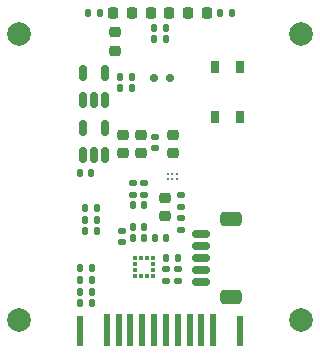
<source format=gbr>
%TF.GenerationSoftware,KiCad,Pcbnew,7.0.9*%
%TF.CreationDate,2024-04-04T21:50:02+13:00*%
%TF.ProjectId,panel,70616e65-6c2e-46b6-9963-61645f706362,rev?*%
%TF.SameCoordinates,Original*%
%TF.FileFunction,Paste,Top*%
%TF.FilePolarity,Positive*%
%FSLAX46Y46*%
G04 Gerber Fmt 4.6, Leading zero omitted, Abs format (unit mm)*
G04 Created by KiCad (PCBNEW 7.0.9) date 2024-04-04 21:50:02*
%MOMM*%
%LPD*%
G01*
G04 APERTURE LIST*
G04 Aperture macros list*
%AMRoundRect*
0 Rectangle with rounded corners*
0 $1 Rounding radius*
0 $2 $3 $4 $5 $6 $7 $8 $9 X,Y pos of 4 corners*
0 Add a 4 corners polygon primitive as box body*
4,1,4,$2,$3,$4,$5,$6,$7,$8,$9,$2,$3,0*
0 Add four circle primitives for the rounded corners*
1,1,$1+$1,$2,$3*
1,1,$1+$1,$4,$5*
1,1,$1+$1,$6,$7*
1,1,$1+$1,$8,$9*
0 Add four rect primitives between the rounded corners*
20,1,$1+$1,$2,$3,$4,$5,0*
20,1,$1+$1,$4,$5,$6,$7,0*
20,1,$1+$1,$6,$7,$8,$9,0*
20,1,$1+$1,$8,$9,$2,$3,0*%
G04 Aperture macros list end*
%ADD10RoundRect,0.218750X-0.218750X-0.256250X0.218750X-0.256250X0.218750X0.256250X-0.218750X0.256250X0*%
%ADD11RoundRect,0.135000X-0.135000X-0.185000X0.135000X-0.185000X0.135000X0.185000X-0.135000X0.185000X0*%
%ADD12RoundRect,0.218750X0.256250X-0.218750X0.256250X0.218750X-0.256250X0.218750X-0.256250X-0.218750X0*%
%ADD13RoundRect,0.140000X0.140000X0.170000X-0.140000X0.170000X-0.140000X-0.170000X0.140000X-0.170000X0*%
%ADD14RoundRect,0.150000X-0.625000X0.150000X-0.625000X-0.150000X0.625000X-0.150000X0.625000X0.150000X0*%
%ADD15RoundRect,0.250000X-0.650000X0.350000X-0.650000X-0.350000X0.650000X-0.350000X0.650000X0.350000X0*%
%ADD16R,0.500000X2.800000*%
%ADD17R,0.600000X2.600000*%
%ADD18RoundRect,0.140000X-0.140000X-0.170000X0.140000X-0.170000X0.140000X0.170000X-0.140000X0.170000X0*%
%ADD19C,2.000000*%
%ADD20RoundRect,0.135000X0.135000X0.185000X-0.135000X0.185000X-0.135000X-0.185000X0.135000X-0.185000X0*%
%ADD21RoundRect,0.135000X-0.185000X0.135000X-0.185000X-0.135000X0.185000X-0.135000X0.185000X0.135000X0*%
%ADD22RoundRect,0.218750X-0.256250X0.218750X-0.256250X-0.218750X0.256250X-0.218750X0.256250X0.218750X0*%
%ADD23RoundRect,0.150000X0.150000X-0.512500X0.150000X0.512500X-0.150000X0.512500X-0.150000X-0.512500X0*%
%ADD24RoundRect,0.225000X-0.250000X0.225000X-0.250000X-0.225000X0.250000X-0.225000X0.250000X0.225000X0*%
%ADD25RoundRect,0.150000X0.150000X0.200000X-0.150000X0.200000X-0.150000X-0.200000X0.150000X-0.200000X0*%
%ADD26RoundRect,0.218750X0.218750X0.256250X-0.218750X0.256250X-0.218750X-0.256250X0.218750X-0.256250X0*%
%ADD27RoundRect,0.147500X0.172500X-0.147500X0.172500X0.147500X-0.172500X0.147500X-0.172500X-0.147500X0*%
%ADD28RoundRect,0.140000X0.170000X-0.140000X0.170000X0.140000X-0.170000X0.140000X-0.170000X-0.140000X0*%
%ADD29RoundRect,0.140000X-0.170000X0.140000X-0.170000X-0.140000X0.170000X-0.140000X0.170000X0.140000X0*%
%ADD30C,0.250000*%
%ADD31R,0.650000X1.050000*%
%ADD32R,0.350000X0.375000*%
%ADD33R,0.375000X0.350000*%
G04 APERTURE END LIST*
D10*
%TO.C,D3*%
X147712500Y-20750000D03*
X149287500Y-20750000D03*
%TD*%
D11*
%TO.C,R18*%
X141690000Y-42300000D03*
X142710000Y-42300000D03*
%TD*%
D12*
%TO.C,L4*%
X145400000Y-32587500D03*
X145400000Y-31012500D03*
%TD*%
D13*
%TO.C,C9*%
X147180000Y-39800000D03*
X146220000Y-39800000D03*
%TD*%
D14*
%TO.C,J3*%
X152000000Y-39450000D03*
X152000000Y-40450000D03*
X152000000Y-41450000D03*
X152000000Y-42450000D03*
X152000000Y-43450000D03*
D15*
X154525000Y-38150000D03*
X154525000Y-44750000D03*
%TD*%
D16*
%TO.C,J2*%
X144000000Y-47550000D03*
X145000000Y-47550000D03*
X146000000Y-47550000D03*
X147000000Y-47550000D03*
X148000000Y-47550000D03*
X149000000Y-47550000D03*
X150000000Y-47550000D03*
X151000000Y-47550000D03*
X152000000Y-47550000D03*
X153000000Y-47550000D03*
D17*
X141725000Y-47650000D03*
X155275000Y-47650000D03*
%TD*%
D18*
%TO.C,C10*%
X148070000Y-39800000D03*
X149030000Y-39800000D03*
%TD*%
D11*
%TO.C,R26*%
X145090000Y-26100000D03*
X146110000Y-26100000D03*
%TD*%
D19*
%TO.C,KiKit_TO_3*%
X136599000Y-46700000D03*
%TD*%
D20*
%TO.C,R14*%
X149010000Y-22950000D03*
X147990000Y-22950000D03*
%TD*%
D21*
%TO.C,R5*%
X149020000Y-42370000D03*
X149020000Y-43390000D03*
%TD*%
D18*
%TO.C,C20*%
X141720000Y-34300000D03*
X142680000Y-34300000D03*
%TD*%
D11*
%TO.C,R6*%
X148990000Y-41470000D03*
X150010000Y-41470000D03*
%TD*%
D12*
%TO.C,F1*%
X144700000Y-23887500D03*
X144700000Y-22312500D03*
%TD*%
D18*
%TO.C,C15*%
X142170000Y-37250000D03*
X143130000Y-37250000D03*
%TD*%
D19*
%TO.C,KiKit_TO_1*%
X136599000Y-22500000D03*
%TD*%
D22*
%TO.C,L1*%
X149600000Y-31012500D03*
X149600000Y-32587500D03*
%TD*%
D20*
%TO.C,R13*%
X143410000Y-20750000D03*
X142390000Y-20750000D03*
%TD*%
D11*
%TO.C,R28*%
X145090000Y-27100000D03*
X146110000Y-27100000D03*
%TD*%
D21*
%TO.C,R7*%
X150250000Y-36090000D03*
X150250000Y-37110000D03*
%TD*%
%TO.C,R8*%
X150250000Y-38090000D03*
X150250000Y-39110000D03*
%TD*%
D11*
%TO.C,R19*%
X141690000Y-43300000D03*
X142710000Y-43300000D03*
%TD*%
%TO.C,R11*%
X147990000Y-21950000D03*
X149010000Y-21950000D03*
%TD*%
D23*
%TO.C,U6*%
X141950000Y-28037500D03*
X142900000Y-28037500D03*
X143850000Y-28037500D03*
X143850000Y-25762500D03*
X141950000Y-25762500D03*
%TD*%
D10*
%TO.C,D9*%
X144562500Y-20750000D03*
X146137500Y-20750000D03*
%TD*%
D21*
%TO.C,R10*%
X149990000Y-42370000D03*
X149990000Y-43390000D03*
%TD*%
D19*
%TO.C,KiKit_TO_4*%
X160401000Y-46700000D03*
%TD*%
D11*
%TO.C,R16*%
X141690000Y-45300000D03*
X142710000Y-45300000D03*
%TD*%
D24*
%TO.C,C6*%
X148900000Y-36375000D03*
X148900000Y-37925000D03*
%TD*%
D25*
%TO.C,D5*%
X147950000Y-26250000D03*
X149350000Y-26250000D03*
%TD*%
D24*
%TO.C,C22*%
X146900000Y-31025000D03*
X146900000Y-32575000D03*
%TD*%
D18*
%TO.C,C18*%
X142170000Y-39150000D03*
X143130000Y-39150000D03*
%TD*%
D26*
%TO.C,D4*%
X152437500Y-20750000D03*
X150862500Y-20750000D03*
%TD*%
D27*
%TO.C,L2*%
X147150000Y-36085000D03*
X147150000Y-35115000D03*
%TD*%
D28*
%TO.C,C16*%
X145300000Y-40130000D03*
X145300000Y-39170000D03*
%TD*%
D29*
%TO.C,C5*%
X148100000Y-31220000D03*
X148100000Y-32180000D03*
%TD*%
D30*
%TO.C,U2*%
X149150000Y-34350000D03*
X149150000Y-34750000D03*
X149550000Y-34350000D03*
X149550000Y-34750000D03*
X149950000Y-34350000D03*
X149950000Y-34750000D03*
%TD*%
D11*
%TO.C,R17*%
X141690000Y-44300000D03*
X142710000Y-44300000D03*
%TD*%
D29*
%TO.C,C13*%
X146200000Y-35120000D03*
X146200000Y-36080000D03*
%TD*%
D13*
%TO.C,C17*%
X147180000Y-38850000D03*
X146220000Y-38850000D03*
%TD*%
%TO.C,C11*%
X147180000Y-37000000D03*
X146220000Y-37000000D03*
%TD*%
D31*
%TO.C,SW1*%
X155275000Y-25325000D03*
X155275000Y-29475000D03*
X153125000Y-25325000D03*
X153125000Y-29475000D03*
%TD*%
D23*
%TO.C,U1*%
X141950000Y-32737500D03*
X142900000Y-32737500D03*
X143850000Y-32737500D03*
X143850000Y-30462500D03*
X141950000Y-30462500D03*
%TD*%
D11*
%TO.C,R12*%
X153590000Y-20750000D03*
X154610000Y-20750000D03*
%TD*%
D18*
%TO.C,C19*%
X142170000Y-38200000D03*
X143130000Y-38200000D03*
%TD*%
D19*
%TO.C,KiKit_TO_2*%
X160401000Y-22500000D03*
%TD*%
D32*
%TO.C,U5*%
X146400000Y-42962500D03*
X146900000Y-42962500D03*
X147400000Y-42962500D03*
X147900000Y-42962500D03*
D33*
X147912500Y-42450000D03*
X147912500Y-41950000D03*
D32*
X147900000Y-41437500D03*
X147400000Y-41437500D03*
X146900000Y-41437500D03*
X146400000Y-41437500D03*
D33*
X146387500Y-41950000D03*
X146387500Y-42450000D03*
%TD*%
M02*

</source>
